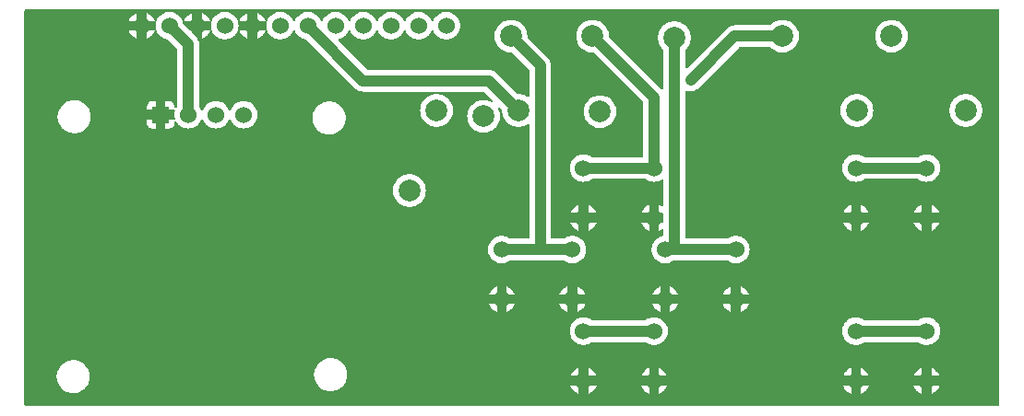
<source format=gtl>
G04 Layer: TopLayer*
G04 EasyEDA v6.5.29, 2023-07-14 15:37:15*
G04 db832162b2324ea39ecaeeaa3fe534e0,1e4d668faf9c44eeab1497739a8aa4b2,10*
G04 Gerber Generator version 0.2*
G04 Scale: 100 percent, Rotated: No, Reflected: No *
G04 Dimensions in millimeters *
G04 leading zeros omitted , absolute positions ,4 integer and 5 decimal *
%FSLAX45Y45*%
%MOMM*%

%ADD10C,1.0000*%
%ADD11C,1.5240*%
%ADD12C,5.0000*%
%ADD13R,1.5240X1.5240*%
%ADD14C,2.0000*%
%ADD15C,0.0161*%

%LPD*%
G36*
X48564Y38404D02*
G01*
X44704Y39166D01*
X41402Y41402D01*
X39166Y44704D01*
X38404Y48564D01*
X38404Y3676446D01*
X39166Y3680307D01*
X41402Y3683609D01*
X44704Y3685844D01*
X48564Y3686606D01*
X8976461Y3686606D01*
X8980322Y3685844D01*
X8983624Y3683609D01*
X8985808Y3680307D01*
X8986621Y3676446D01*
X8986621Y48564D01*
X8985808Y44704D01*
X8983624Y41402D01*
X8980322Y39166D01*
X8976461Y38404D01*
G37*

%LPC*%
G36*
X5125364Y152806D02*
G01*
X5125364Y226923D01*
X5051196Y226923D01*
X5057648Y212496D01*
X5065522Y199440D01*
X5074970Y187401D01*
X5085791Y176580D01*
X5097830Y167132D01*
X5110937Y159207D01*
G37*
G36*
X5773064Y152806D02*
G01*
X5773064Y226923D01*
X5698896Y226923D01*
X5705348Y212547D01*
X5713222Y199440D01*
X5722670Y187401D01*
X5733491Y176580D01*
X5745530Y167132D01*
X5758637Y159207D01*
G37*
G36*
X5861964Y152806D02*
G01*
X5876391Y159207D01*
X5889447Y167132D01*
X5901537Y176580D01*
X5912307Y187401D01*
X5921756Y199440D01*
X5929680Y212547D01*
X5936081Y226923D01*
X5861964Y226923D01*
G37*
G36*
X5214264Y152806D02*
G01*
X5228691Y159207D01*
X5241747Y167132D01*
X5253837Y176580D01*
X5264607Y187401D01*
X5274056Y199440D01*
X5281980Y212496D01*
X5288381Y226923D01*
X5214264Y226923D01*
G37*
G36*
X8273034Y152806D02*
G01*
X8273034Y226923D01*
X8198916Y226923D01*
X8205317Y212547D01*
X8213242Y199440D01*
X8222691Y187401D01*
X8233511Y176580D01*
X8245551Y167132D01*
X8258606Y159207D01*
G37*
G36*
X7625334Y152806D02*
G01*
X7625334Y226923D01*
X7551216Y226923D01*
X7557617Y212496D01*
X7565542Y199440D01*
X7574991Y187401D01*
X7585811Y176580D01*
X7597851Y167132D01*
X7610906Y159207D01*
G37*
G36*
X7714234Y152806D02*
G01*
X7728661Y159207D01*
X7741767Y167132D01*
X7753807Y176580D01*
X7764627Y187401D01*
X7774076Y199440D01*
X7781950Y212496D01*
X7788402Y226923D01*
X7714234Y226923D01*
G37*
G36*
X8361934Y152806D02*
G01*
X8376361Y159207D01*
X8389467Y167132D01*
X8401507Y176580D01*
X8412327Y187401D01*
X8421776Y199440D01*
X8429650Y212547D01*
X8436102Y226923D01*
X8361934Y226923D01*
G37*
G36*
X490321Y157429D02*
G01*
X507034Y158800D01*
X523493Y162052D01*
X539496Y167030D01*
X554837Y173786D01*
X569315Y182168D01*
X582828Y192074D01*
X595172Y203403D01*
X606196Y216052D01*
X615746Y229819D01*
X623722Y244551D01*
X630021Y260096D01*
X634542Y276199D01*
X637336Y292760D01*
X638251Y309473D01*
X637336Y326186D01*
X634542Y342747D01*
X630021Y358851D01*
X623722Y374396D01*
X615746Y389128D01*
X606196Y402894D01*
X595172Y415543D01*
X582828Y426872D01*
X569315Y436778D01*
X554837Y445160D01*
X539496Y451916D01*
X523493Y456895D01*
X507034Y460146D01*
X490321Y461518D01*
X473608Y461060D01*
X456996Y458724D01*
X440740Y454609D01*
X425043Y448767D01*
X410108Y441198D01*
X396087Y432003D01*
X383133Y421385D01*
X371449Y409346D01*
X361188Y396138D01*
X352399Y381863D01*
X345236Y366725D01*
X339801Y350875D01*
X336143Y334518D01*
X334314Y317855D01*
X334314Y301091D01*
X336143Y284429D01*
X339801Y268071D01*
X345236Y252221D01*
X352399Y237083D01*
X361188Y222808D01*
X371449Y209600D01*
X383133Y197561D01*
X396087Y186944D01*
X410108Y177749D01*
X425043Y170180D01*
X440740Y164338D01*
X456996Y160223D01*
X473608Y157886D01*
G37*
G36*
X2853283Y175361D02*
G01*
X2869996Y176733D01*
X2886405Y179984D01*
X2902407Y184962D01*
X2917748Y191719D01*
X2932277Y200101D01*
X2945790Y210007D01*
X2958084Y221335D01*
X2969107Y233984D01*
X2978658Y247751D01*
X2986633Y262483D01*
X2992932Y278028D01*
X2997504Y294132D01*
X3000248Y310692D01*
X3001162Y327406D01*
X3000248Y344119D01*
X2997504Y360680D01*
X2992932Y376783D01*
X2986633Y392328D01*
X2978658Y407060D01*
X2969107Y420827D01*
X2958084Y433476D01*
X2945790Y444804D01*
X2932277Y454710D01*
X2917748Y463092D01*
X2902407Y469849D01*
X2886405Y474827D01*
X2869996Y478078D01*
X2853283Y479450D01*
X2836519Y478993D01*
X2819908Y476656D01*
X2803702Y472541D01*
X2788005Y466699D01*
X2773019Y459130D01*
X2758998Y449935D01*
X2746095Y439318D01*
X2734411Y427278D01*
X2724099Y414070D01*
X2715310Y399796D01*
X2708198Y384657D01*
X2702712Y368808D01*
X2699054Y352450D01*
X2697226Y335788D01*
X2697226Y319024D01*
X2699054Y302361D01*
X2702712Y286004D01*
X2708198Y270154D01*
X2715310Y255016D01*
X2724099Y240741D01*
X2734411Y227533D01*
X2746095Y215493D01*
X2758998Y204876D01*
X2773019Y195681D01*
X2788005Y188112D01*
X2803702Y182270D01*
X2819908Y178155D01*
X2836519Y175818D01*
G37*
G36*
X5051196Y315823D02*
G01*
X5125364Y315823D01*
X5125364Y389991D01*
X5110937Y383590D01*
X5097830Y375666D01*
X5085791Y366217D01*
X5074970Y355396D01*
X5065522Y343357D01*
X5057648Y330250D01*
G37*
G36*
X5698896Y315823D02*
G01*
X5773064Y315823D01*
X5773064Y389991D01*
X5758637Y383590D01*
X5745530Y375666D01*
X5733491Y366217D01*
X5722670Y355396D01*
X5713222Y343357D01*
X5705348Y330250D01*
G37*
G36*
X5861964Y315823D02*
G01*
X5936081Y315823D01*
X5929680Y330250D01*
X5921756Y343357D01*
X5912307Y355396D01*
X5901537Y366217D01*
X5889447Y375666D01*
X5876391Y383590D01*
X5861964Y389991D01*
G37*
G36*
X5214264Y315823D02*
G01*
X5288381Y315823D01*
X5281980Y330250D01*
X5274056Y343357D01*
X5264607Y355396D01*
X5253837Y366217D01*
X5241747Y375666D01*
X5228691Y383590D01*
X5214264Y389991D01*
G37*
G36*
X8198916Y315823D02*
G01*
X8273034Y315823D01*
X8273034Y389991D01*
X8258606Y383590D01*
X8245551Y375666D01*
X8233511Y366217D01*
X8222691Y355396D01*
X8213242Y343357D01*
X8205317Y330250D01*
G37*
G36*
X7551216Y315823D02*
G01*
X7625334Y315823D01*
X7625334Y389991D01*
X7610906Y383590D01*
X7597851Y375666D01*
X7585811Y366217D01*
X7574991Y355396D01*
X7565542Y343357D01*
X7557617Y330250D01*
G37*
G36*
X7714234Y315823D02*
G01*
X7788402Y315823D01*
X7781950Y330250D01*
X7774076Y343357D01*
X7764627Y355396D01*
X7753807Y366217D01*
X7741767Y375666D01*
X7728661Y383590D01*
X7714234Y389991D01*
G37*
G36*
X8361934Y315823D02*
G01*
X8436102Y315823D01*
X8429650Y330250D01*
X8421776Y343357D01*
X8412327Y355396D01*
X8401507Y366217D01*
X8389467Y375666D01*
X8376361Y383590D01*
X8361934Y389991D01*
G37*
G36*
X7669784Y601878D02*
G01*
X7685074Y602843D01*
X7700111Y605586D01*
X7714691Y610108D01*
X7728661Y616407D01*
X7741767Y624332D01*
X7743799Y625906D01*
X7746746Y627532D01*
X7750048Y628091D01*
X8237220Y628091D01*
X8240522Y627532D01*
X8243468Y625906D01*
X8245500Y624332D01*
X8258606Y616407D01*
X8272576Y610158D01*
X8287156Y605586D01*
X8302193Y602843D01*
X8317484Y601929D01*
X8332774Y602843D01*
X8347811Y605586D01*
X8362391Y610158D01*
X8376361Y616407D01*
X8389467Y624332D01*
X8401507Y633780D01*
X8412327Y644601D01*
X8421725Y656640D01*
X8429650Y669747D01*
X8435949Y683666D01*
X8440470Y698296D01*
X8443264Y713333D01*
X8444179Y728573D01*
X8443264Y743864D01*
X8440470Y758901D01*
X8435949Y773531D01*
X8429650Y787450D01*
X8421725Y800557D01*
X8412327Y812596D01*
X8401507Y823417D01*
X8389467Y832866D01*
X8376361Y840790D01*
X8362391Y847039D01*
X8347811Y851611D01*
X8332774Y854354D01*
X8317484Y855268D01*
X8302193Y854354D01*
X8287156Y851611D01*
X8272576Y847039D01*
X8258606Y840790D01*
X8245500Y832866D01*
X8243468Y831240D01*
X8240522Y829665D01*
X8237220Y829106D01*
X7750048Y829106D01*
X7746746Y829665D01*
X7743799Y831240D01*
X7741767Y832866D01*
X7728661Y840790D01*
X7714691Y847039D01*
X7700111Y851611D01*
X7685074Y854354D01*
X7669784Y855268D01*
X7654493Y854354D01*
X7639456Y851611D01*
X7624876Y847039D01*
X7610906Y840790D01*
X7597800Y832866D01*
X7585760Y823417D01*
X7574940Y812596D01*
X7565542Y800557D01*
X7557617Y787450D01*
X7551318Y773531D01*
X7546797Y758901D01*
X7544003Y743864D01*
X7543088Y728573D01*
X7544003Y713333D01*
X7546797Y698246D01*
X7551318Y683666D01*
X7557617Y669696D01*
X7565542Y656640D01*
X7574940Y644601D01*
X7585760Y633780D01*
X7597800Y624332D01*
X7610906Y616407D01*
X7624876Y610108D01*
X7639456Y605586D01*
X7654493Y602843D01*
G37*
G36*
X5169763Y601878D02*
G01*
X5185054Y602843D01*
X5200091Y605586D01*
X5214721Y610108D01*
X5228640Y616407D01*
X5241747Y624332D01*
X5243779Y625906D01*
X5246725Y627532D01*
X5250078Y628091D01*
X5737250Y628091D01*
X5740552Y627532D01*
X5743498Y625906D01*
X5745530Y624332D01*
X5758586Y616407D01*
X5772556Y610158D01*
X5787186Y605586D01*
X5802223Y602843D01*
X5817463Y601929D01*
X5832754Y602843D01*
X5847791Y605586D01*
X5862421Y610158D01*
X5876340Y616407D01*
X5889447Y624332D01*
X5901486Y633780D01*
X5912307Y644601D01*
X5921756Y656640D01*
X5929680Y669747D01*
X5935929Y683666D01*
X5940501Y698296D01*
X5943244Y713333D01*
X5944158Y728573D01*
X5943244Y743864D01*
X5940501Y758901D01*
X5935929Y773531D01*
X5929680Y787450D01*
X5921756Y800557D01*
X5912307Y812596D01*
X5901486Y823417D01*
X5889447Y832866D01*
X5876340Y840790D01*
X5862421Y847039D01*
X5847791Y851611D01*
X5832754Y854354D01*
X5817463Y855268D01*
X5802223Y854354D01*
X5787186Y851611D01*
X5772556Y847039D01*
X5758586Y840790D01*
X5745530Y832866D01*
X5743448Y831240D01*
X5740501Y829665D01*
X5737199Y829106D01*
X5250078Y829106D01*
X5246725Y829665D01*
X5243779Y831240D01*
X5241747Y832866D01*
X5228640Y840790D01*
X5214721Y847039D01*
X5200091Y851611D01*
X5185054Y854354D01*
X5169763Y855268D01*
X5154523Y854354D01*
X5139486Y851611D01*
X5124856Y847039D01*
X5110886Y840790D01*
X5097830Y832866D01*
X5085791Y823417D01*
X5074970Y812596D01*
X5065522Y800557D01*
X5057597Y787450D01*
X5051348Y773531D01*
X5046776Y758901D01*
X5044033Y743864D01*
X5043119Y728573D01*
X5044033Y713333D01*
X5046776Y698246D01*
X5051348Y683666D01*
X5057597Y669696D01*
X5065522Y656640D01*
X5074970Y644601D01*
X5085791Y633780D01*
X5097830Y624332D01*
X5110886Y616407D01*
X5124856Y610108D01*
X5139486Y605586D01*
X5154523Y602843D01*
G37*
G36*
X4375353Y902766D02*
G01*
X4375353Y976934D01*
X4301185Y976934D01*
X4307636Y962507D01*
X4315561Y949401D01*
X4324959Y937361D01*
X4335780Y926541D01*
X4347819Y917143D01*
X4360926Y909218D01*
G37*
G36*
X5875375Y902766D02*
G01*
X5875375Y976934D01*
X5801207Y976934D01*
X5807608Y962507D01*
X5815533Y949401D01*
X5824982Y937361D01*
X5835802Y926541D01*
X5847842Y917143D01*
X5860948Y909218D01*
G37*
G36*
X4464253Y902766D02*
G01*
X4478680Y909218D01*
X4491786Y917143D01*
X4503826Y926541D01*
X4514646Y937361D01*
X4524044Y949401D01*
X4531969Y962507D01*
X4538421Y976934D01*
X4464253Y976934D01*
G37*
G36*
X5964275Y902766D02*
G01*
X5978652Y909218D01*
X5991758Y917143D01*
X6003798Y926541D01*
X6014618Y937361D01*
X6024067Y949401D01*
X6031992Y962507D01*
X6038392Y976934D01*
X5964275Y976934D01*
G37*
G36*
X5023053Y902817D02*
G01*
X5023053Y976934D01*
X4948885Y976934D01*
X4955336Y962507D01*
X4963261Y949452D01*
X4972659Y937361D01*
X4983480Y926592D01*
X4995519Y917143D01*
X5008626Y909218D01*
G37*
G36*
X6523075Y902817D02*
G01*
X6523075Y976934D01*
X6448907Y976934D01*
X6455308Y962507D01*
X6463233Y949452D01*
X6472682Y937361D01*
X6483502Y926592D01*
X6495542Y917143D01*
X6508648Y909218D01*
G37*
G36*
X5111953Y902817D02*
G01*
X5126380Y909218D01*
X5139486Y917143D01*
X5151526Y926592D01*
X5162346Y937361D01*
X5171744Y949452D01*
X5179669Y962507D01*
X5186121Y976934D01*
X5111953Y976934D01*
G37*
G36*
X6611975Y902817D02*
G01*
X6626352Y909218D01*
X6639458Y917143D01*
X6651498Y926592D01*
X6662318Y937361D01*
X6671767Y949452D01*
X6679692Y962507D01*
X6686092Y976934D01*
X6611975Y976934D01*
G37*
G36*
X4948885Y1065834D02*
G01*
X5023053Y1065834D01*
X5023053Y1140002D01*
X5008626Y1133551D01*
X4995519Y1125677D01*
X4983480Y1116228D01*
X4972659Y1105408D01*
X4963261Y1093368D01*
X4955336Y1080262D01*
G37*
G36*
X6448907Y1065834D02*
G01*
X6523075Y1065834D01*
X6523075Y1140002D01*
X6508648Y1133551D01*
X6495542Y1125677D01*
X6483502Y1116228D01*
X6472682Y1105408D01*
X6463233Y1093368D01*
X6455308Y1080262D01*
G37*
G36*
X5111953Y1065834D02*
G01*
X5186121Y1065834D01*
X5179669Y1080262D01*
X5171744Y1093368D01*
X5162346Y1105408D01*
X5151526Y1116228D01*
X5139486Y1125677D01*
X5126380Y1133551D01*
X5111953Y1140002D01*
G37*
G36*
X5801207Y1065834D02*
G01*
X5875375Y1065834D01*
X5875375Y1140002D01*
X5860948Y1133551D01*
X5847842Y1125626D01*
X5835802Y1116228D01*
X5824982Y1105408D01*
X5815533Y1093368D01*
X5807608Y1080262D01*
G37*
G36*
X4464253Y1065834D02*
G01*
X4538421Y1065834D01*
X4531969Y1080262D01*
X4524044Y1093368D01*
X4514646Y1105408D01*
X4503826Y1116228D01*
X4491786Y1125626D01*
X4478680Y1133551D01*
X4464253Y1140002D01*
G37*
G36*
X6611975Y1065834D02*
G01*
X6686092Y1065834D01*
X6679692Y1080262D01*
X6671767Y1093368D01*
X6662318Y1105408D01*
X6651498Y1116228D01*
X6639458Y1125677D01*
X6626352Y1133551D01*
X6611975Y1140002D01*
G37*
G36*
X5964275Y1065834D02*
G01*
X6038392Y1065834D01*
X6031992Y1080262D01*
X6024067Y1093368D01*
X6014618Y1105408D01*
X6003798Y1116228D01*
X5991758Y1125626D01*
X5978652Y1133551D01*
X5964275Y1140002D01*
G37*
G36*
X4301185Y1065834D02*
G01*
X4375353Y1065834D01*
X4375353Y1140002D01*
X4360926Y1133551D01*
X4347819Y1125626D01*
X4335780Y1116228D01*
X4324959Y1105408D01*
X4315561Y1093368D01*
X4307636Y1080262D01*
G37*
G36*
X5919774Y1351889D02*
G01*
X5935065Y1352804D01*
X5950102Y1355598D01*
X5964732Y1360119D01*
X5978652Y1366418D01*
X5991758Y1374343D01*
X5993790Y1375918D01*
X5996736Y1377543D01*
X6000089Y1378102D01*
X6487210Y1378102D01*
X6490512Y1377543D01*
X6493459Y1375918D01*
X6495542Y1374343D01*
X6508597Y1366418D01*
X6522567Y1360119D01*
X6537147Y1355598D01*
X6552234Y1352854D01*
X6567474Y1351889D01*
X6582765Y1352854D01*
X6597802Y1355598D01*
X6612432Y1360119D01*
X6626352Y1366418D01*
X6639458Y1374343D01*
X6651498Y1383792D01*
X6662318Y1394561D01*
X6671767Y1406652D01*
X6679641Y1419707D01*
X6685940Y1433677D01*
X6690512Y1448257D01*
X6693255Y1463344D01*
X6694170Y1478584D01*
X6693255Y1493875D01*
X6690512Y1508912D01*
X6685940Y1523542D01*
X6679641Y1537462D01*
X6671767Y1550568D01*
X6662318Y1562608D01*
X6651498Y1573428D01*
X6639458Y1582877D01*
X6626352Y1590751D01*
X6612432Y1597050D01*
X6597802Y1601622D01*
X6582765Y1604365D01*
X6567474Y1605280D01*
X6552234Y1604365D01*
X6537147Y1601622D01*
X6522567Y1597050D01*
X6508597Y1590751D01*
X6495542Y1582877D01*
X6493510Y1581251D01*
X6490512Y1579676D01*
X6487210Y1579118D01*
X6113983Y1579118D01*
X6110071Y1579880D01*
X6106769Y1582064D01*
X6104585Y1585366D01*
X6103823Y1589278D01*
X6103823Y2932938D01*
X6104534Y2936748D01*
X6106668Y2939999D01*
X6109817Y2942234D01*
X6113576Y2943098D01*
X6117437Y2942488D01*
X6123838Y2940151D01*
X6127343Y2939186D01*
X6136894Y2937052D01*
X6140196Y2936595D01*
X6150305Y2935732D01*
X6153302Y2935681D01*
X6163716Y2936240D01*
X6166408Y2936544D01*
X6179261Y2939034D01*
X6191961Y2943352D01*
X6203746Y2949194D01*
X6214668Y2956458D01*
X6224778Y2965348D01*
X6596786Y3337356D01*
X6600037Y3339541D01*
X6603949Y3340303D01*
X6880402Y3340303D01*
X6884568Y3339439D01*
X6887972Y3336950D01*
X6890258Y3334410D01*
X6902856Y3323132D01*
X6916623Y3313379D01*
X6931355Y3305251D01*
X6946950Y3298748D01*
X6963156Y3294075D01*
X6979818Y3291281D01*
X6996684Y3290315D01*
X7013498Y3291281D01*
X7030161Y3294075D01*
X7046366Y3298748D01*
X7061962Y3305251D01*
X7076744Y3313379D01*
X7090511Y3323132D01*
X7103059Y3334410D01*
X7114336Y3347008D01*
X7124090Y3360724D01*
X7132269Y3375507D01*
X7138720Y3391103D01*
X7143394Y3407308D01*
X7146188Y3423970D01*
X7147153Y3440836D01*
X7146188Y3457651D01*
X7143394Y3474313D01*
X7138720Y3490518D01*
X7132269Y3506114D01*
X7124090Y3520897D01*
X7114336Y3534664D01*
X7103059Y3547211D01*
X7090511Y3558489D01*
X7076744Y3568242D01*
X7061962Y3576421D01*
X7046366Y3582873D01*
X7030161Y3587546D01*
X7013498Y3590340D01*
X6996684Y3591306D01*
X6979818Y3590340D01*
X6963156Y3587546D01*
X6946950Y3582873D01*
X6931355Y3576421D01*
X6916623Y3568242D01*
X6902856Y3558489D01*
X6890258Y3547211D01*
X6888022Y3544722D01*
X6884568Y3542233D01*
X6880453Y3541318D01*
X6558432Y3541318D01*
X6544970Y3540455D01*
X6532118Y3537864D01*
X6519672Y3533648D01*
X6507886Y3527856D01*
X6496913Y3520541D01*
X6486804Y3511651D01*
X6121146Y3145993D01*
X6117844Y3143808D01*
X6113983Y3143046D01*
X6110071Y3143808D01*
X6106769Y3145993D01*
X6104585Y3149295D01*
X6103823Y3153206D01*
X6103823Y3312058D01*
X6104686Y3316224D01*
X6107176Y3319627D01*
X6109716Y3321913D01*
X6120942Y3334461D01*
X6130747Y3348228D01*
X6138875Y3363010D01*
X6145326Y3378606D01*
X6150000Y3394811D01*
X6152845Y3411474D01*
X6153810Y3428339D01*
X6152845Y3445154D01*
X6150000Y3461816D01*
X6145326Y3478022D01*
X6138875Y3493617D01*
X6130747Y3508400D01*
X6120942Y3522167D01*
X6109716Y3534714D01*
X6097117Y3545992D01*
X6083350Y3555746D01*
X6068618Y3563924D01*
X6053023Y3570376D01*
X6036767Y3575050D01*
X6020155Y3577844D01*
X6003290Y3578809D01*
X5986475Y3577844D01*
X5969812Y3575050D01*
X5953607Y3570376D01*
X5938012Y3563924D01*
X5923229Y3555746D01*
X5909462Y3545992D01*
X5896914Y3534714D01*
X5885637Y3522167D01*
X5875883Y3508400D01*
X5867704Y3493617D01*
X5861253Y3478022D01*
X5856579Y3461816D01*
X5853734Y3445154D01*
X5852820Y3428339D01*
X5853734Y3411474D01*
X5856579Y3394811D01*
X5861253Y3378606D01*
X5867704Y3363010D01*
X5875883Y3348228D01*
X5885637Y3334461D01*
X5896914Y3321913D01*
X5899404Y3319678D01*
X5901893Y3316224D01*
X5902807Y3312109D01*
X5902807Y2958033D01*
X5901994Y2954121D01*
X5899810Y2950819D01*
X5896508Y2948635D01*
X5892647Y2947873D01*
X5888736Y2948635D01*
X5885434Y2950819D01*
X5406593Y3429711D01*
X5404256Y3433267D01*
X5403596Y3437483D01*
X5403799Y3440836D01*
X5402834Y3457651D01*
X5400040Y3474313D01*
X5395366Y3490518D01*
X5388914Y3506114D01*
X5380736Y3520897D01*
X5370982Y3534664D01*
X5359704Y3547211D01*
X5347157Y3558489D01*
X5333390Y3568242D01*
X5318607Y3576421D01*
X5303012Y3582873D01*
X5286806Y3587546D01*
X5270144Y3590340D01*
X5253329Y3591306D01*
X5236464Y3590340D01*
X5219801Y3587546D01*
X5203596Y3582873D01*
X5188000Y3576421D01*
X5173218Y3568242D01*
X5159451Y3558489D01*
X5146903Y3547211D01*
X5135626Y3534664D01*
X5125872Y3520897D01*
X5117693Y3506114D01*
X5111242Y3490518D01*
X5106568Y3474313D01*
X5103774Y3457651D01*
X5102809Y3440836D01*
X5103774Y3423970D01*
X5106568Y3407308D01*
X5111242Y3391103D01*
X5117693Y3375507D01*
X5125872Y3360724D01*
X5135626Y3347008D01*
X5146903Y3334410D01*
X5159451Y3323132D01*
X5173218Y3313379D01*
X5188000Y3305251D01*
X5203596Y3298748D01*
X5219801Y3294075D01*
X5236464Y3291281D01*
X5253329Y3290315D01*
X5256682Y3290519D01*
X5260898Y3289858D01*
X5264454Y3287572D01*
X5714034Y2837992D01*
X5716219Y2834690D01*
X5716981Y2830779D01*
X5716981Y2339238D01*
X5716219Y2335377D01*
X5714034Y2332075D01*
X5710732Y2329891D01*
X5706821Y2329078D01*
X5250078Y2329078D01*
X5246725Y2329637D01*
X5243779Y2331262D01*
X5241747Y2332837D01*
X5228640Y2340762D01*
X5214721Y2347061D01*
X5200091Y2351582D01*
X5185054Y2354326D01*
X5169763Y2355291D01*
X5154523Y2354326D01*
X5139486Y2351582D01*
X5124856Y2347061D01*
X5110886Y2340762D01*
X5097830Y2332837D01*
X5085791Y2323388D01*
X5074970Y2312619D01*
X5065522Y2300528D01*
X5057597Y2287473D01*
X5051348Y2273503D01*
X5046776Y2258923D01*
X5044033Y2243836D01*
X5043119Y2228596D01*
X5044033Y2213305D01*
X5046776Y2198268D01*
X5051348Y2183638D01*
X5057597Y2169718D01*
X5065522Y2156612D01*
X5074970Y2144572D01*
X5085791Y2133752D01*
X5097830Y2124303D01*
X5110886Y2116429D01*
X5124856Y2110130D01*
X5139486Y2105558D01*
X5154523Y2102815D01*
X5169763Y2101900D01*
X5185054Y2102815D01*
X5200091Y2105558D01*
X5214721Y2110130D01*
X5228640Y2116429D01*
X5241747Y2124303D01*
X5243779Y2125929D01*
X5246725Y2127504D01*
X5250078Y2128062D01*
X5737250Y2128062D01*
X5740552Y2127504D01*
X5743498Y2125929D01*
X5745530Y2124354D01*
X5758586Y2116429D01*
X5772556Y2110130D01*
X5787186Y2105609D01*
X5802223Y2102815D01*
X5817463Y2101900D01*
X5832754Y2102815D01*
X5847791Y2105609D01*
X5862421Y2110130D01*
X5876340Y2116429D01*
X5887364Y2123084D01*
X5891377Y2124456D01*
X5895644Y2124100D01*
X5899353Y2121966D01*
X5901893Y2118563D01*
X5902807Y2114397D01*
X5902807Y1885645D01*
X5901893Y1881428D01*
X5899353Y1878025D01*
X5895644Y1875942D01*
X5891377Y1875536D01*
X5887364Y1876907D01*
X5876391Y1883562D01*
X5861964Y1890014D01*
X5861964Y1815846D01*
X5892647Y1815846D01*
X5896508Y1815084D01*
X5899810Y1812848D01*
X5901994Y1809597D01*
X5902807Y1805686D01*
X5902807Y1737106D01*
X5901994Y1733194D01*
X5899810Y1729943D01*
X5896508Y1727707D01*
X5892647Y1726946D01*
X5861964Y1726946D01*
X5861964Y1652778D01*
X5876391Y1659229D01*
X5887364Y1665884D01*
X5891377Y1667256D01*
X5895644Y1666849D01*
X5899353Y1664766D01*
X5901893Y1661363D01*
X5902807Y1657146D01*
X5902807Y1612493D01*
X5902198Y1609039D01*
X5900420Y1605991D01*
X5897727Y1603705D01*
X5894476Y1602486D01*
X5889447Y1601571D01*
X5874867Y1597050D01*
X5860897Y1590751D01*
X5847842Y1582826D01*
X5835751Y1573428D01*
X5824982Y1562608D01*
X5815533Y1550568D01*
X5807608Y1537462D01*
X5801309Y1523492D01*
X5796788Y1508912D01*
X5794044Y1493875D01*
X5793079Y1478584D01*
X5794044Y1463294D01*
X5796788Y1448257D01*
X5801309Y1433677D01*
X5807608Y1419707D01*
X5815533Y1406601D01*
X5824982Y1394561D01*
X5835751Y1383741D01*
X5847842Y1374343D01*
X5860897Y1366418D01*
X5874867Y1360119D01*
X5889447Y1355598D01*
X5904534Y1352804D01*
G37*
G36*
X4419803Y1351889D02*
G01*
X4435043Y1352804D01*
X4450130Y1355598D01*
X4464710Y1360119D01*
X4478680Y1366418D01*
X4491736Y1374343D01*
X4493818Y1375918D01*
X4496765Y1377543D01*
X4500067Y1378102D01*
X4987239Y1378102D01*
X4990541Y1377543D01*
X4993487Y1375918D01*
X4995519Y1374343D01*
X5008626Y1366418D01*
X5022545Y1360119D01*
X5037175Y1355598D01*
X5052212Y1352854D01*
X5067503Y1351889D01*
X5082743Y1352854D01*
X5097830Y1355598D01*
X5112410Y1360119D01*
X5126380Y1366418D01*
X5139436Y1374343D01*
X5151475Y1383792D01*
X5162296Y1394561D01*
X5171744Y1406652D01*
X5179669Y1419707D01*
X5185968Y1433677D01*
X5190490Y1448257D01*
X5193233Y1463344D01*
X5194198Y1478584D01*
X5193233Y1493875D01*
X5190490Y1508912D01*
X5185968Y1523542D01*
X5179669Y1537462D01*
X5171744Y1550568D01*
X5162296Y1562608D01*
X5151475Y1573428D01*
X5139436Y1582877D01*
X5126380Y1590751D01*
X5112410Y1597050D01*
X5097830Y1601622D01*
X5082743Y1604365D01*
X5067503Y1605280D01*
X5052212Y1604365D01*
X5037175Y1601622D01*
X5022545Y1597050D01*
X5008626Y1590751D01*
X4995519Y1582877D01*
X4993487Y1581251D01*
X4990541Y1579676D01*
X4987239Y1579118D01*
X4882540Y1579118D01*
X4878679Y1579880D01*
X4875377Y1582064D01*
X4873142Y1585366D01*
X4872380Y1589278D01*
X4872380Y3171901D01*
X4871516Y3185363D01*
X4868926Y3198266D01*
X4864709Y3210712D01*
X4858918Y3222498D01*
X4851603Y3233420D01*
X4842713Y3243529D01*
X4656582Y3429711D01*
X4654245Y3433267D01*
X4653584Y3437432D01*
X4653788Y3440836D01*
X4652873Y3457651D01*
X4650028Y3474313D01*
X4645355Y3490518D01*
X4638903Y3506114D01*
X4630724Y3520897D01*
X4620971Y3534664D01*
X4609744Y3547211D01*
X4597146Y3558489D01*
X4583379Y3568242D01*
X4568596Y3576421D01*
X4553000Y3582873D01*
X4536795Y3587546D01*
X4520133Y3590340D01*
X4503318Y3591306D01*
X4486452Y3590340D01*
X4469841Y3587546D01*
X4453585Y3582873D01*
X4437989Y3576421D01*
X4423257Y3568242D01*
X4409490Y3558489D01*
X4396892Y3547211D01*
X4385665Y3534664D01*
X4375861Y3520897D01*
X4367733Y3506114D01*
X4361281Y3490518D01*
X4356608Y3474313D01*
X4353763Y3457651D01*
X4352798Y3440836D01*
X4353763Y3423970D01*
X4356608Y3407308D01*
X4361281Y3391103D01*
X4367733Y3375507D01*
X4375861Y3360724D01*
X4385665Y3347008D01*
X4396892Y3334410D01*
X4409490Y3323132D01*
X4423257Y3313379D01*
X4437989Y3305251D01*
X4453585Y3298748D01*
X4469841Y3294075D01*
X4486452Y3291281D01*
X4503318Y3290315D01*
X4506671Y3290519D01*
X4510887Y3289858D01*
X4514443Y3287572D01*
X4668418Y3133598D01*
X4670602Y3130296D01*
X4671364Y3126384D01*
X4671364Y2892348D01*
X4670399Y2888030D01*
X4667707Y2884525D01*
X4663795Y2882493D01*
X4659376Y2882341D01*
X4655312Y2884068D01*
X4651756Y2886608D01*
X4636973Y2894787D01*
X4621377Y2901238D01*
X4605172Y2905912D01*
X4588510Y2908706D01*
X4571644Y2909671D01*
X4568291Y2909468D01*
X4564126Y2910128D01*
X4560519Y2912414D01*
X4370832Y3102152D01*
X4360672Y3111042D01*
X4349750Y3118358D01*
X4337964Y3124149D01*
X4325518Y3128365D01*
X4312615Y3130956D01*
X4299204Y3131820D01*
X3192068Y3131820D01*
X3188157Y3132632D01*
X3184906Y3134817D01*
X2921812Y3397910D01*
X2919526Y3401364D01*
X2918815Y3405428D01*
X2919831Y3409492D01*
X2922320Y3412794D01*
X2925978Y3414776D01*
X2939135Y3418890D01*
X2953054Y3425190D01*
X2966161Y3433064D01*
X2978200Y3442512D01*
X2989021Y3453333D01*
X2998470Y3465372D01*
X3006394Y3478479D01*
X3011932Y3490823D01*
X3014167Y3493973D01*
X3017418Y3496056D01*
X3021177Y3496818D01*
X3024987Y3496056D01*
X3028238Y3493973D01*
X3030474Y3490823D01*
X3036011Y3478479D01*
X3043936Y3465372D01*
X3053384Y3453333D01*
X3064205Y3442512D01*
X3076244Y3433064D01*
X3089300Y3425190D01*
X3103270Y3418890D01*
X3117900Y3414318D01*
X3132937Y3411575D01*
X3148177Y3410661D01*
X3163468Y3411575D01*
X3178505Y3414318D01*
X3193135Y3418890D01*
X3207054Y3425190D01*
X3220161Y3433064D01*
X3232200Y3442512D01*
X3243021Y3453333D01*
X3252470Y3465372D01*
X3260394Y3478479D01*
X3265932Y3490823D01*
X3268167Y3493973D01*
X3271418Y3496056D01*
X3275177Y3496818D01*
X3278987Y3496056D01*
X3282238Y3493973D01*
X3284474Y3490823D01*
X3290011Y3478479D01*
X3297936Y3465372D01*
X3307384Y3453333D01*
X3318205Y3442512D01*
X3330244Y3433064D01*
X3343300Y3425190D01*
X3357270Y3418890D01*
X3371900Y3414318D01*
X3386937Y3411575D01*
X3402177Y3410661D01*
X3417468Y3411575D01*
X3432505Y3414318D01*
X3447135Y3418890D01*
X3461054Y3425190D01*
X3474161Y3433064D01*
X3486200Y3442512D01*
X3497021Y3453333D01*
X3506470Y3465372D01*
X3514394Y3478479D01*
X3519932Y3490823D01*
X3522167Y3493973D01*
X3525418Y3496056D01*
X3529177Y3496818D01*
X3532987Y3496056D01*
X3536238Y3493973D01*
X3538474Y3490823D01*
X3544011Y3478479D01*
X3551936Y3465372D01*
X3561384Y3453333D01*
X3572205Y3442512D01*
X3584244Y3433064D01*
X3597300Y3425190D01*
X3611270Y3418890D01*
X3625900Y3414318D01*
X3640937Y3411575D01*
X3656177Y3410661D01*
X3671468Y3411575D01*
X3686505Y3414318D01*
X3701135Y3418890D01*
X3715054Y3425190D01*
X3728161Y3433064D01*
X3740200Y3442512D01*
X3751021Y3453333D01*
X3760470Y3465372D01*
X3768394Y3478479D01*
X3773932Y3490823D01*
X3776167Y3493973D01*
X3779418Y3496056D01*
X3783177Y3496818D01*
X3786987Y3496056D01*
X3790238Y3493973D01*
X3792474Y3490823D01*
X3798011Y3478479D01*
X3805936Y3465372D01*
X3815384Y3453333D01*
X3826205Y3442512D01*
X3838244Y3433064D01*
X3851300Y3425190D01*
X3865270Y3418890D01*
X3879850Y3414318D01*
X3894937Y3411575D01*
X3910177Y3410661D01*
X3925468Y3411575D01*
X3940505Y3414318D01*
X3955135Y3418890D01*
X3969054Y3425190D01*
X3982161Y3433064D01*
X3994200Y3442512D01*
X4005021Y3453333D01*
X4014470Y3465372D01*
X4022394Y3478479D01*
X4028643Y3492398D01*
X4033215Y3507028D01*
X4035958Y3522065D01*
X4036872Y3537356D01*
X4035958Y3552596D01*
X4033215Y3567684D01*
X4028643Y3582263D01*
X4022394Y3596233D01*
X4014470Y3609289D01*
X4005021Y3621328D01*
X3994200Y3632149D01*
X3982161Y3641598D01*
X3969054Y3649522D01*
X3955135Y3655822D01*
X3940505Y3660343D01*
X3925468Y3663086D01*
X3910177Y3664051D01*
X3894937Y3663086D01*
X3879850Y3660343D01*
X3865270Y3655822D01*
X3851300Y3649522D01*
X3838244Y3641598D01*
X3826205Y3632149D01*
X3815384Y3621328D01*
X3805936Y3609289D01*
X3798011Y3596233D01*
X3792474Y3583889D01*
X3790238Y3580739D01*
X3786987Y3578606D01*
X3783177Y3577894D01*
X3779418Y3578606D01*
X3776167Y3580739D01*
X3773932Y3583889D01*
X3768394Y3596233D01*
X3760470Y3609289D01*
X3751021Y3621328D01*
X3740200Y3632149D01*
X3728161Y3641598D01*
X3715054Y3649522D01*
X3701135Y3655822D01*
X3686505Y3660343D01*
X3671468Y3663086D01*
X3656177Y3664051D01*
X3640937Y3663086D01*
X3625900Y3660343D01*
X3611270Y3655822D01*
X3597300Y3649522D01*
X3584244Y3641598D01*
X3572205Y3632149D01*
X3561384Y3621328D01*
X3551936Y3609289D01*
X3544011Y3596233D01*
X3538474Y3583889D01*
X3536238Y3580688D01*
X3532987Y3578606D01*
X3529177Y3577894D01*
X3525418Y3578606D01*
X3522167Y3580688D01*
X3519932Y3583889D01*
X3514394Y3596233D01*
X3506470Y3609289D01*
X3497021Y3621328D01*
X3486200Y3632149D01*
X3474161Y3641598D01*
X3461054Y3649522D01*
X3447135Y3655822D01*
X3432505Y3660343D01*
X3417468Y3663086D01*
X3402177Y3664051D01*
X3386937Y3663086D01*
X3371900Y3660343D01*
X3357270Y3655822D01*
X3343300Y3649522D01*
X3330244Y3641598D01*
X3318205Y3632149D01*
X3307384Y3621328D01*
X3297936Y3609289D01*
X3290011Y3596233D01*
X3284474Y3583889D01*
X3282238Y3580688D01*
X3278987Y3578606D01*
X3275177Y3577894D01*
X3271418Y3578606D01*
X3268167Y3580688D01*
X3265932Y3583889D01*
X3260394Y3596233D01*
X3252470Y3609289D01*
X3243021Y3621328D01*
X3232200Y3632149D01*
X3220161Y3641598D01*
X3207054Y3649522D01*
X3193135Y3655822D01*
X3178505Y3660343D01*
X3163468Y3663086D01*
X3148177Y3664051D01*
X3132937Y3663086D01*
X3117900Y3660343D01*
X3103270Y3655822D01*
X3089300Y3649522D01*
X3076244Y3641598D01*
X3064205Y3632149D01*
X3053384Y3621328D01*
X3043936Y3609289D01*
X3036011Y3596233D01*
X3030474Y3583889D01*
X3028238Y3580688D01*
X3024987Y3578606D01*
X3021177Y3577894D01*
X3017418Y3578606D01*
X3014167Y3580688D01*
X3011932Y3583889D01*
X3006394Y3596233D01*
X2998470Y3609289D01*
X2989021Y3621328D01*
X2978200Y3632149D01*
X2966161Y3641598D01*
X2953054Y3649522D01*
X2939135Y3655822D01*
X2924505Y3660343D01*
X2909468Y3663086D01*
X2894177Y3664051D01*
X2878937Y3663086D01*
X2863900Y3660343D01*
X2849270Y3655822D01*
X2835300Y3649522D01*
X2822244Y3641598D01*
X2810205Y3632149D01*
X2799384Y3621328D01*
X2789936Y3609289D01*
X2782011Y3596233D01*
X2776474Y3583889D01*
X2774238Y3580688D01*
X2770987Y3578606D01*
X2767177Y3577894D01*
X2763418Y3578606D01*
X2760167Y3580688D01*
X2757932Y3583889D01*
X2752394Y3596233D01*
X2744470Y3609289D01*
X2735021Y3621328D01*
X2724200Y3632149D01*
X2712161Y3641598D01*
X2699054Y3649522D01*
X2685135Y3655822D01*
X2670505Y3660343D01*
X2655468Y3663086D01*
X2640177Y3664051D01*
X2624937Y3663086D01*
X2609900Y3660343D01*
X2595270Y3655822D01*
X2581300Y3649522D01*
X2568244Y3641598D01*
X2556205Y3632149D01*
X2545384Y3621328D01*
X2535936Y3609289D01*
X2528011Y3596233D01*
X2521966Y3582771D01*
X2519730Y3579622D01*
X2516479Y3577488D01*
X2512720Y3576777D01*
X2508910Y3577488D01*
X2505659Y3579622D01*
X2503424Y3582771D01*
X2497378Y3596233D01*
X2489454Y3609289D01*
X2480005Y3621328D01*
X2469184Y3632149D01*
X2457145Y3641598D01*
X2444089Y3649522D01*
X2430119Y3655822D01*
X2415489Y3660343D01*
X2400452Y3663086D01*
X2385212Y3664051D01*
X2369921Y3663086D01*
X2354884Y3660343D01*
X2340254Y3655822D01*
X2326335Y3649522D01*
X2313228Y3641598D01*
X2301189Y3632149D01*
X2290368Y3621328D01*
X2280920Y3609289D01*
X2272995Y3596233D01*
X2267458Y3583889D01*
X2265222Y3580739D01*
X2261971Y3578606D01*
X2260295Y3578301D01*
X2261920Y3576015D01*
X2262936Y3572357D01*
X2259431Y3552596D01*
X2258517Y3537356D01*
X2259431Y3522065D01*
X2262936Y3502304D01*
X2261920Y3498646D01*
X2260295Y3496411D01*
X2261971Y3496056D01*
X2265222Y3493973D01*
X2267458Y3490823D01*
X2272995Y3478479D01*
X2280920Y3465372D01*
X2290368Y3453333D01*
X2301189Y3442512D01*
X2313228Y3433064D01*
X2326335Y3425190D01*
X2340254Y3418890D01*
X2354884Y3414318D01*
X2369921Y3411575D01*
X2385212Y3410661D01*
X2400452Y3411575D01*
X2415489Y3414318D01*
X2430119Y3418890D01*
X2444089Y3425190D01*
X2457145Y3433064D01*
X2469184Y3442512D01*
X2480005Y3453333D01*
X2489454Y3465372D01*
X2497378Y3478479D01*
X2503424Y3491941D01*
X2505659Y3495090D01*
X2508910Y3497173D01*
X2512720Y3497935D01*
X2516479Y3497173D01*
X2519730Y3495090D01*
X2521966Y3491941D01*
X2528011Y3478479D01*
X2535936Y3465372D01*
X2545384Y3453333D01*
X2556205Y3442512D01*
X2568244Y3433064D01*
X2581300Y3425190D01*
X2595270Y3418890D01*
X2609900Y3414318D01*
X2620467Y3412388D01*
X2623362Y3411372D01*
X2625852Y3409594D01*
X3074924Y2960471D01*
X3085033Y2951581D01*
X3096006Y2944317D01*
X3107791Y2938475D01*
X3120237Y2934258D01*
X3133090Y2931718D01*
X3146552Y2930804D01*
X4253687Y2930804D01*
X4257548Y2930042D01*
X4260850Y2927858D01*
X4337456Y2851251D01*
X4339691Y2847797D01*
X4340402Y2843733D01*
X4339437Y2839720D01*
X4336999Y2836418D01*
X4333392Y2834386D01*
X4329277Y2833928D01*
X4325366Y2835198D01*
X4318609Y2838907D01*
X4303014Y2845358D01*
X4286808Y2850032D01*
X4270146Y2852877D01*
X4253331Y2853791D01*
X4236466Y2852877D01*
X4219803Y2850032D01*
X4203598Y2845358D01*
X4188002Y2838907D01*
X4173220Y2830728D01*
X4159453Y2820974D01*
X4146905Y2809748D01*
X4135628Y2797149D01*
X4125874Y2783382D01*
X4117695Y2768600D01*
X4111244Y2753004D01*
X4106570Y2736799D01*
X4103776Y2720187D01*
X4102811Y2703322D01*
X4103776Y2686456D01*
X4106570Y2669844D01*
X4111244Y2653588D01*
X4117695Y2638044D01*
X4125874Y2623261D01*
X4135628Y2609494D01*
X4146905Y2596896D01*
X4159453Y2585669D01*
X4173220Y2575915D01*
X4188002Y2567736D01*
X4203598Y2561285D01*
X4219803Y2556611D01*
X4236466Y2553766D01*
X4253331Y2552801D01*
X4270146Y2553766D01*
X4286808Y2556611D01*
X4303014Y2561285D01*
X4318609Y2567736D01*
X4333392Y2575915D01*
X4347159Y2585669D01*
X4359706Y2596896D01*
X4370984Y2609494D01*
X4380738Y2623261D01*
X4388916Y2638044D01*
X4395368Y2653588D01*
X4400042Y2669844D01*
X4402836Y2686456D01*
X4403801Y2703322D01*
X4402836Y2720187D01*
X4400042Y2736799D01*
X4395368Y2753004D01*
X4388916Y2768600D01*
X4385157Y2775356D01*
X4383938Y2779318D01*
X4384395Y2783382D01*
X4386427Y2786989D01*
X4389729Y2789478D01*
X4393742Y2790444D01*
X4397806Y2789732D01*
X4401261Y2787446D01*
X4418380Y2770276D01*
X4420717Y2766720D01*
X4421378Y2762554D01*
X4421174Y2759202D01*
X4422140Y2742336D01*
X4424934Y2725674D01*
X4429607Y2709468D01*
X4436059Y2693873D01*
X4444238Y2679090D01*
X4453991Y2665323D01*
X4465269Y2652776D01*
X4477816Y2641498D01*
X4491583Y2631744D01*
X4506366Y2623566D01*
X4521962Y2617114D01*
X4538167Y2612440D01*
X4554829Y2609646D01*
X4571644Y2608681D01*
X4588510Y2609646D01*
X4605172Y2612440D01*
X4621377Y2617114D01*
X4636973Y2623566D01*
X4651756Y2631744D01*
X4655312Y2634284D01*
X4659376Y2636012D01*
X4663795Y2635859D01*
X4667707Y2633827D01*
X4670399Y2630322D01*
X4671364Y2626004D01*
X4671364Y1589278D01*
X4670602Y1585366D01*
X4668418Y1582064D01*
X4665116Y1579880D01*
X4661204Y1579118D01*
X4500016Y1579118D01*
X4496714Y1579676D01*
X4493768Y1581251D01*
X4491736Y1582826D01*
X4478680Y1590751D01*
X4464710Y1597050D01*
X4450130Y1601571D01*
X4435043Y1604365D01*
X4419803Y1605280D01*
X4404512Y1604365D01*
X4389475Y1601571D01*
X4374845Y1597050D01*
X4360926Y1590751D01*
X4347819Y1582826D01*
X4335780Y1573428D01*
X4324959Y1562608D01*
X4315510Y1550568D01*
X4307586Y1537462D01*
X4301337Y1523492D01*
X4296765Y1508912D01*
X4294022Y1493875D01*
X4293108Y1478584D01*
X4294022Y1463294D01*
X4296765Y1448257D01*
X4301337Y1433677D01*
X4307586Y1419707D01*
X4315510Y1406601D01*
X4324959Y1394561D01*
X4335780Y1383741D01*
X4347819Y1374343D01*
X4360926Y1366418D01*
X4374845Y1360119D01*
X4389475Y1355598D01*
X4404512Y1352804D01*
G37*
G36*
X5125364Y1652778D02*
G01*
X5125364Y1726946D01*
X5051196Y1726946D01*
X5057648Y1712518D01*
X5065522Y1699412D01*
X5074970Y1687372D01*
X5085791Y1676552D01*
X5097830Y1667103D01*
X5110937Y1659229D01*
G37*
G36*
X5773064Y1652778D02*
G01*
X5773064Y1726946D01*
X5698896Y1726946D01*
X5705348Y1712518D01*
X5713222Y1699412D01*
X5722670Y1687372D01*
X5733491Y1676552D01*
X5745530Y1667154D01*
X5758637Y1659229D01*
G37*
G36*
X5214264Y1652778D02*
G01*
X5228691Y1659229D01*
X5241747Y1667103D01*
X5253837Y1676552D01*
X5264607Y1687372D01*
X5274056Y1699412D01*
X5281980Y1712518D01*
X5288381Y1726946D01*
X5214264Y1726946D01*
G37*
G36*
X8273034Y1652778D02*
G01*
X8273034Y1726946D01*
X8198916Y1726946D01*
X8205317Y1712518D01*
X8213242Y1699412D01*
X8222691Y1687372D01*
X8233511Y1676552D01*
X8245551Y1667154D01*
X8258606Y1659229D01*
G37*
G36*
X7625334Y1652778D02*
G01*
X7625334Y1726946D01*
X7551216Y1726946D01*
X7557617Y1712518D01*
X7565542Y1699412D01*
X7574991Y1687372D01*
X7585811Y1676552D01*
X7597851Y1667103D01*
X7610906Y1659229D01*
G37*
G36*
X8361934Y1652778D02*
G01*
X8376361Y1659229D01*
X8389467Y1667154D01*
X8401507Y1676552D01*
X8412327Y1687372D01*
X8421776Y1699412D01*
X8429650Y1712518D01*
X8436102Y1726946D01*
X8361934Y1726946D01*
G37*
G36*
X7714234Y1652778D02*
G01*
X7728661Y1659229D01*
X7741767Y1667103D01*
X7753807Y1676552D01*
X7764627Y1687372D01*
X7774076Y1699412D01*
X7781950Y1712518D01*
X7788402Y1726946D01*
X7714234Y1726946D01*
G37*
G36*
X5698896Y1815846D02*
G01*
X5773064Y1815846D01*
X5773064Y1890014D01*
X5758637Y1883562D01*
X5745530Y1875637D01*
X5733491Y1866239D01*
X5722670Y1855419D01*
X5713222Y1843379D01*
X5705348Y1830273D01*
G37*
G36*
X5051196Y1815846D02*
G01*
X5125364Y1815846D01*
X5125364Y1890014D01*
X5110937Y1883562D01*
X5097830Y1875637D01*
X5085791Y1866188D01*
X5074970Y1855419D01*
X5065522Y1843328D01*
X5057648Y1830273D01*
G37*
G36*
X5214264Y1815846D02*
G01*
X5288381Y1815846D01*
X5281980Y1830273D01*
X5274056Y1843328D01*
X5264607Y1855419D01*
X5253837Y1866188D01*
X5241747Y1875637D01*
X5228691Y1883562D01*
X5214264Y1890014D01*
G37*
G36*
X7551216Y1815846D02*
G01*
X7625334Y1815846D01*
X7625334Y1890014D01*
X7610906Y1883562D01*
X7597851Y1875637D01*
X7585811Y1866188D01*
X7574991Y1855419D01*
X7565542Y1843328D01*
X7557617Y1830273D01*
G37*
G36*
X8361934Y1815846D02*
G01*
X8436102Y1815846D01*
X8429650Y1830273D01*
X8421776Y1843379D01*
X8412327Y1855419D01*
X8401507Y1866239D01*
X8389467Y1875637D01*
X8376361Y1883562D01*
X8361934Y1890014D01*
G37*
G36*
X8198916Y1815846D02*
G01*
X8273034Y1815846D01*
X8273034Y1890014D01*
X8258606Y1883562D01*
X8245551Y1875637D01*
X8233511Y1866239D01*
X8222691Y1855419D01*
X8213242Y1843379D01*
X8205317Y1830273D01*
G37*
G36*
X7714234Y1815846D02*
G01*
X7788402Y1815846D01*
X7781950Y1830273D01*
X7774076Y1843328D01*
X7764627Y1855419D01*
X7753807Y1866188D01*
X7741767Y1875637D01*
X7728661Y1883562D01*
X7714234Y1890014D01*
G37*
G36*
X3571646Y1871167D02*
G01*
X3588512Y1872132D01*
X3605174Y1874977D01*
X3621379Y1879650D01*
X3636975Y1886102D01*
X3651758Y1894230D01*
X3665524Y1904034D01*
X3678072Y1915261D01*
X3689350Y1927860D01*
X3699103Y1941626D01*
X3707282Y1956358D01*
X3713734Y1971954D01*
X3718407Y1988210D01*
X3721201Y2004822D01*
X3722166Y2021687D01*
X3721201Y2038553D01*
X3718407Y2055164D01*
X3713734Y2071370D01*
X3707282Y2086965D01*
X3699103Y2101748D01*
X3689350Y2115515D01*
X3678072Y2128113D01*
X3665524Y2139340D01*
X3651758Y2149094D01*
X3636975Y2157272D01*
X3621379Y2163724D01*
X3605174Y2168398D01*
X3588512Y2171242D01*
X3571646Y2172157D01*
X3554831Y2171242D01*
X3538169Y2168398D01*
X3521964Y2163724D01*
X3506368Y2157272D01*
X3491585Y2149094D01*
X3477818Y2139340D01*
X3465271Y2128113D01*
X3453993Y2115515D01*
X3444240Y2101748D01*
X3436061Y2086965D01*
X3429609Y2071370D01*
X3424936Y2055164D01*
X3422142Y2038553D01*
X3421176Y2021687D01*
X3422142Y2004822D01*
X3424936Y1988210D01*
X3429609Y1971954D01*
X3436061Y1956358D01*
X3444240Y1941626D01*
X3453993Y1927860D01*
X3465271Y1915261D01*
X3477818Y1904034D01*
X3491585Y1894230D01*
X3506368Y1886102D01*
X3521964Y1879650D01*
X3538169Y1874977D01*
X3554831Y1872132D01*
G37*
G36*
X7669784Y2101900D02*
G01*
X7685074Y2102815D01*
X7700111Y2105558D01*
X7714691Y2110130D01*
X7728661Y2116429D01*
X7741767Y2124303D01*
X7743799Y2125929D01*
X7746746Y2127504D01*
X7750048Y2128062D01*
X8237220Y2128062D01*
X8240522Y2127504D01*
X8243468Y2125929D01*
X8245500Y2124354D01*
X8258606Y2116429D01*
X8272576Y2110130D01*
X8287156Y2105609D01*
X8302193Y2102815D01*
X8317484Y2101900D01*
X8332774Y2102815D01*
X8347811Y2105609D01*
X8362391Y2110130D01*
X8376361Y2116429D01*
X8389467Y2124354D01*
X8401507Y2133752D01*
X8412327Y2144572D01*
X8421725Y2156612D01*
X8429650Y2169718D01*
X8435949Y2183688D01*
X8440470Y2198268D01*
X8443264Y2213305D01*
X8444179Y2228596D01*
X8443264Y2243886D01*
X8440470Y2258923D01*
X8435949Y2273503D01*
X8429650Y2287473D01*
X8421725Y2300579D01*
X8412327Y2312619D01*
X8401507Y2323439D01*
X8389467Y2332837D01*
X8376361Y2340762D01*
X8362391Y2347061D01*
X8347811Y2351582D01*
X8332774Y2354376D01*
X8317484Y2355291D01*
X8302193Y2354376D01*
X8287156Y2351582D01*
X8272576Y2347061D01*
X8258606Y2340762D01*
X8245500Y2332837D01*
X8243468Y2331262D01*
X8240522Y2329637D01*
X8237220Y2329078D01*
X7750048Y2329078D01*
X7746746Y2329637D01*
X7743799Y2331262D01*
X7741767Y2332837D01*
X7728661Y2340762D01*
X7714691Y2347061D01*
X7700111Y2351582D01*
X7685074Y2354326D01*
X7669784Y2355291D01*
X7654493Y2354326D01*
X7639456Y2351582D01*
X7624876Y2347061D01*
X7610906Y2340762D01*
X7597800Y2332837D01*
X7585760Y2323388D01*
X7574940Y2312619D01*
X7565542Y2300528D01*
X7557617Y2287473D01*
X7551318Y2273503D01*
X7546797Y2258923D01*
X7544003Y2243836D01*
X7543088Y2228596D01*
X7544003Y2213305D01*
X7546797Y2198268D01*
X7551318Y2183638D01*
X7557617Y2169718D01*
X7565542Y2156612D01*
X7574940Y2144572D01*
X7585760Y2133752D01*
X7597800Y2124303D01*
X7610906Y2116429D01*
X7624876Y2110130D01*
X7639456Y2105558D01*
X7654493Y2102815D01*
G37*
G36*
X2838500Y2536799D02*
G01*
X2855214Y2538171D01*
X2871622Y2541422D01*
X2887624Y2546400D01*
X2902966Y2553157D01*
X2917494Y2561539D01*
X2931007Y2571445D01*
X2943301Y2582773D01*
X2954324Y2595422D01*
X2963875Y2609189D01*
X2971850Y2623921D01*
X2978150Y2639466D01*
X2982722Y2655570D01*
X2985465Y2672130D01*
X2986379Y2688844D01*
X2985465Y2705557D01*
X2982722Y2722118D01*
X2978150Y2738221D01*
X2971850Y2753766D01*
X2963875Y2768498D01*
X2954324Y2782265D01*
X2943301Y2794914D01*
X2931007Y2806242D01*
X2917494Y2816148D01*
X2902966Y2824530D01*
X2887624Y2831287D01*
X2871622Y2836265D01*
X2855214Y2839516D01*
X2838500Y2840888D01*
X2821736Y2840431D01*
X2805125Y2838094D01*
X2788920Y2833979D01*
X2773222Y2828137D01*
X2758236Y2820568D01*
X2744216Y2811373D01*
X2731312Y2800756D01*
X2719628Y2788716D01*
X2709316Y2775508D01*
X2700528Y2761234D01*
X2693416Y2746095D01*
X2687929Y2730246D01*
X2684272Y2713888D01*
X2682443Y2697226D01*
X2682443Y2680462D01*
X2684272Y2663799D01*
X2687929Y2647442D01*
X2693416Y2631592D01*
X2700528Y2616454D01*
X2709316Y2602179D01*
X2719628Y2588971D01*
X2731312Y2576931D01*
X2744216Y2566314D01*
X2758236Y2557119D01*
X2773222Y2549550D01*
X2788920Y2543708D01*
X2805125Y2539593D01*
X2821736Y2537256D01*
G37*
G36*
X499719Y2548229D02*
G01*
X516432Y2549601D01*
X532841Y2552852D01*
X548843Y2557830D01*
X564184Y2564587D01*
X578713Y2572969D01*
X592226Y2582875D01*
X604520Y2594203D01*
X615543Y2606852D01*
X625094Y2620619D01*
X633069Y2635351D01*
X639368Y2650896D01*
X643940Y2667000D01*
X646684Y2683560D01*
X647598Y2700274D01*
X646684Y2716987D01*
X643940Y2733548D01*
X639368Y2749651D01*
X633069Y2765196D01*
X625094Y2779928D01*
X615543Y2793695D01*
X604520Y2806344D01*
X592226Y2817672D01*
X578713Y2827578D01*
X564184Y2835960D01*
X548843Y2842717D01*
X532841Y2847695D01*
X516432Y2850946D01*
X499719Y2852318D01*
X482955Y2851861D01*
X466343Y2849524D01*
X450138Y2845409D01*
X434441Y2839567D01*
X419455Y2831998D01*
X405434Y2822803D01*
X392531Y2812186D01*
X380847Y2800146D01*
X370535Y2786938D01*
X361746Y2772664D01*
X354634Y2757525D01*
X349148Y2741676D01*
X345490Y2725318D01*
X343662Y2708656D01*
X343662Y2691892D01*
X345490Y2675229D01*
X349148Y2658872D01*
X354634Y2643022D01*
X361746Y2627884D01*
X370535Y2613609D01*
X380847Y2600401D01*
X392531Y2588361D01*
X405434Y2577744D01*
X419455Y2568549D01*
X434441Y2560980D01*
X450138Y2555138D01*
X466343Y2551023D01*
X482955Y2548686D01*
G37*
G36*
X1213104Y2592476D02*
G01*
X1244447Y2592476D01*
X1244447Y2674772D01*
X1162151Y2674772D01*
X1162151Y2643428D01*
X1162964Y2634234D01*
X1165250Y2625750D01*
X1168958Y2617774D01*
X1174038Y2610561D01*
X1180236Y2604363D01*
X1187450Y2599283D01*
X1195425Y2595575D01*
X1203909Y2593289D01*
G37*
G36*
X1333347Y2592476D02*
G01*
X1364640Y2592476D01*
X1373835Y2593289D01*
X1382318Y2595575D01*
X1390294Y2599283D01*
X1397508Y2604363D01*
X1403756Y2610561D01*
X1408785Y2617774D01*
X1412494Y2625750D01*
X1414780Y2634234D01*
X1415592Y2643428D01*
X1415592Y2648966D01*
X1416507Y2653233D01*
X1419148Y2656687D01*
X1423009Y2658770D01*
X1427378Y2658973D01*
X1431442Y2657398D01*
X1434439Y2654198D01*
X1438605Y2647289D01*
X1448054Y2635250D01*
X1458874Y2624429D01*
X1470914Y2615031D01*
X1484020Y2607106D01*
X1497939Y2600807D01*
X1512570Y2596286D01*
X1527606Y2593492D01*
X1542897Y2592578D01*
X1558137Y2593492D01*
X1573225Y2596286D01*
X1587804Y2600807D01*
X1601774Y2607106D01*
X1614830Y2615031D01*
X1626870Y2624429D01*
X1637690Y2635250D01*
X1647139Y2647289D01*
X1655064Y2660396D01*
X1660601Y2672740D01*
X1662836Y2675890D01*
X1666087Y2678023D01*
X1669897Y2678734D01*
X1673656Y2678023D01*
X1676907Y2675890D01*
X1679143Y2672740D01*
X1684680Y2660396D01*
X1692605Y2647289D01*
X1702054Y2635250D01*
X1712874Y2624429D01*
X1724914Y2615031D01*
X1738020Y2607106D01*
X1751939Y2600807D01*
X1766570Y2596286D01*
X1781606Y2593492D01*
X1796897Y2592578D01*
X1812137Y2593492D01*
X1827225Y2596286D01*
X1841804Y2600807D01*
X1855774Y2607106D01*
X1868830Y2615031D01*
X1880870Y2624429D01*
X1891690Y2635250D01*
X1901139Y2647289D01*
X1909064Y2660396D01*
X1914601Y2672740D01*
X1916836Y2675890D01*
X1920087Y2678023D01*
X1923897Y2678734D01*
X1927656Y2678023D01*
X1930907Y2675890D01*
X1933143Y2672740D01*
X1938680Y2660396D01*
X1946605Y2647289D01*
X1956054Y2635250D01*
X1966874Y2624429D01*
X1978914Y2615031D01*
X1992020Y2607106D01*
X2005939Y2600807D01*
X2020570Y2596286D01*
X2035606Y2593492D01*
X2050897Y2592578D01*
X2066137Y2593492D01*
X2081225Y2596286D01*
X2095804Y2600807D01*
X2109774Y2607106D01*
X2122830Y2615031D01*
X2134870Y2624429D01*
X2145690Y2635250D01*
X2155139Y2647289D01*
X2163064Y2660396D01*
X2169363Y2674366D01*
X2173884Y2688945D01*
X2176627Y2703982D01*
X2177592Y2719273D01*
X2176627Y2734564D01*
X2173884Y2749600D01*
X2169363Y2764180D01*
X2163064Y2778150D01*
X2155139Y2791256D01*
X2145690Y2803296D01*
X2134870Y2814116D01*
X2122830Y2823565D01*
X2109774Y2831439D01*
X2095804Y2837738D01*
X2081225Y2842310D01*
X2066137Y2845054D01*
X2050897Y2845968D01*
X2035606Y2845054D01*
X2020570Y2842310D01*
X2005939Y2837738D01*
X1992020Y2831439D01*
X1978914Y2823565D01*
X1966874Y2814116D01*
X1956054Y2803296D01*
X1946605Y2791256D01*
X1938680Y2778150D01*
X1933143Y2765806D01*
X1930907Y2762656D01*
X1927656Y2760573D01*
X1923897Y2759811D01*
X1920087Y2760573D01*
X1916836Y2762656D01*
X1914601Y2765806D01*
X1909064Y2778150D01*
X1901139Y2791256D01*
X1891690Y2803296D01*
X1880870Y2814116D01*
X1868830Y2823565D01*
X1855774Y2831439D01*
X1841804Y2837738D01*
X1827225Y2842310D01*
X1812137Y2845054D01*
X1796897Y2845968D01*
X1781606Y2845054D01*
X1766570Y2842310D01*
X1751939Y2837738D01*
X1738020Y2831439D01*
X1724914Y2823565D01*
X1712874Y2814116D01*
X1702054Y2803296D01*
X1692605Y2791256D01*
X1684680Y2778150D01*
X1679143Y2765806D01*
X1676907Y2762656D01*
X1673656Y2760573D01*
X1669897Y2759811D01*
X1666087Y2760573D01*
X1662836Y2762656D01*
X1660601Y2765806D01*
X1655064Y2778150D01*
X1647139Y2791256D01*
X1645564Y2793238D01*
X1643989Y2796184D01*
X1643430Y2799537D01*
X1643430Y3363315D01*
X1642516Y3376726D01*
X1639976Y3389629D01*
X1635760Y3402076D01*
X1629918Y3413861D01*
X1622602Y3424783D01*
X1613712Y3434943D01*
X1581708Y3466947D01*
X1579524Y3470249D01*
X1578762Y3474161D01*
X1578762Y3492906D01*
X1560017Y3492906D01*
X1556105Y3493668D01*
X1552803Y3495852D01*
X1496974Y3551732D01*
X1495145Y3554171D01*
X1494129Y3557066D01*
X1491894Y3568598D01*
X1491488Y3572357D01*
X1492453Y3576015D01*
X1494129Y3578301D01*
X1492402Y3578606D01*
X1489151Y3580688D01*
X1486916Y3583889D01*
X1481378Y3596233D01*
X1473454Y3609289D01*
X1464005Y3621328D01*
X1453184Y3632149D01*
X1441145Y3641598D01*
X1428089Y3649522D01*
X1414119Y3655822D01*
X1399540Y3660343D01*
X1384452Y3663086D01*
X1369212Y3664051D01*
X1353921Y3663086D01*
X1338884Y3660343D01*
X1324254Y3655822D01*
X1310335Y3649522D01*
X1297228Y3641598D01*
X1285189Y3632149D01*
X1274368Y3621328D01*
X1264920Y3609289D01*
X1256995Y3596233D01*
X1251458Y3583889D01*
X1249222Y3580688D01*
X1245971Y3578606D01*
X1244295Y3578301D01*
X1245971Y3576015D01*
X1246936Y3572357D01*
X1243431Y3552596D01*
X1242517Y3537356D01*
X1243431Y3522065D01*
X1246936Y3502304D01*
X1245971Y3498646D01*
X1244295Y3496411D01*
X1245971Y3496056D01*
X1249222Y3493973D01*
X1251458Y3490823D01*
X1256995Y3478479D01*
X1264920Y3465372D01*
X1274368Y3453333D01*
X1285189Y3442512D01*
X1297228Y3433064D01*
X1310335Y3425190D01*
X1324254Y3418890D01*
X1338884Y3414318D01*
X1349451Y3412388D01*
X1352346Y3411423D01*
X1354836Y3409594D01*
X1439418Y3324961D01*
X1441602Y3321659D01*
X1442415Y3317798D01*
X1442415Y2799588D01*
X1441856Y2796235D01*
X1440230Y2793288D01*
X1438605Y2791256D01*
X1434439Y2784348D01*
X1431442Y2781198D01*
X1427378Y2779572D01*
X1423009Y2779826D01*
X1419148Y2781858D01*
X1416507Y2785313D01*
X1415592Y2789580D01*
X1415592Y2794965D01*
X1414780Y2804160D01*
X1412494Y2812643D01*
X1408785Y2820619D01*
X1403756Y2827832D01*
X1397508Y2834081D01*
X1390294Y2839110D01*
X1382318Y2842818D01*
X1373835Y2845104D01*
X1364640Y2845917D01*
X1333347Y2845917D01*
X1333347Y2763672D01*
X1410462Y2763672D01*
X1414170Y2762961D01*
X1417370Y2760929D01*
X1419606Y2757881D01*
X1420571Y2754223D01*
X1417116Y2734564D01*
X1416202Y2719273D01*
X1417116Y2703982D01*
X1420622Y2684170D01*
X1419656Y2680512D01*
X1417421Y2677464D01*
X1414221Y2675432D01*
X1410512Y2674772D01*
X1333347Y2674772D01*
G37*
G36*
X5321655Y2596184D02*
G01*
X5338521Y2597150D01*
X5355132Y2599944D01*
X5371388Y2604617D01*
X5386984Y2611069D01*
X5401716Y2619248D01*
X5415483Y2629001D01*
X5428081Y2640279D01*
X5439308Y2652826D01*
X5449112Y2666593D01*
X5457240Y2681376D01*
X5463692Y2696972D01*
X5468366Y2713177D01*
X5471210Y2729839D01*
X5472176Y2746654D01*
X5471210Y2763520D01*
X5468366Y2780182D01*
X5463692Y2796387D01*
X5457240Y2811983D01*
X5449112Y2826766D01*
X5439308Y2840532D01*
X5428081Y2853080D01*
X5415483Y2864358D01*
X5401716Y2874111D01*
X5386984Y2882290D01*
X5371388Y2888742D01*
X5355132Y2893415D01*
X5338521Y2896209D01*
X5321655Y2897174D01*
X5304840Y2896209D01*
X5288178Y2893415D01*
X5271973Y2888742D01*
X5256377Y2882290D01*
X5241594Y2874111D01*
X5227828Y2864358D01*
X5215229Y2853080D01*
X5204002Y2840532D01*
X5194249Y2826766D01*
X5186070Y2811983D01*
X5179618Y2796387D01*
X5174945Y2780182D01*
X5172100Y2763520D01*
X5171186Y2746654D01*
X5172100Y2729839D01*
X5174945Y2713177D01*
X5179618Y2696972D01*
X5186070Y2681376D01*
X5194249Y2666593D01*
X5204002Y2652826D01*
X5215229Y2640279D01*
X5227828Y2629001D01*
X5241594Y2619248D01*
X5256377Y2611069D01*
X5271973Y2604617D01*
X5288178Y2599944D01*
X5304840Y2597150D01*
G37*
G36*
X8678316Y2608681D02*
G01*
X8695131Y2609646D01*
X8711793Y2612440D01*
X8727998Y2617114D01*
X8743594Y2623566D01*
X8758377Y2631744D01*
X8772144Y2641498D01*
X8784691Y2652776D01*
X8795969Y2665323D01*
X8805722Y2679090D01*
X8813901Y2693873D01*
X8820353Y2709468D01*
X8825026Y2725674D01*
X8827820Y2742336D01*
X8828786Y2759202D01*
X8827820Y2776016D01*
X8825026Y2792679D01*
X8820353Y2808884D01*
X8813901Y2824480D01*
X8805722Y2839262D01*
X8795969Y2853029D01*
X8784691Y2865577D01*
X8772144Y2876854D01*
X8758377Y2886608D01*
X8743594Y2894787D01*
X8727998Y2901238D01*
X8711793Y2905912D01*
X8695131Y2908706D01*
X8678316Y2909671D01*
X8661450Y2908706D01*
X8644788Y2905912D01*
X8628583Y2901238D01*
X8612987Y2894787D01*
X8598255Y2886608D01*
X8584488Y2876854D01*
X8571890Y2865577D01*
X8560663Y2853029D01*
X8550859Y2839262D01*
X8542731Y2824480D01*
X8536228Y2808884D01*
X8531606Y2792679D01*
X8528761Y2776016D01*
X8527796Y2759202D01*
X8528761Y2742336D01*
X8531606Y2725674D01*
X8536228Y2709468D01*
X8542731Y2693873D01*
X8550859Y2679090D01*
X8560663Y2665323D01*
X8571890Y2652776D01*
X8584488Y2641498D01*
X8598255Y2631744D01*
X8612987Y2623566D01*
X8628583Y2617114D01*
X8644788Y2612440D01*
X8661450Y2609646D01*
G37*
G36*
X3821684Y2608681D02*
G01*
X3838498Y2609646D01*
X3855161Y2612440D01*
X3871366Y2617114D01*
X3886962Y2623566D01*
X3901744Y2631744D01*
X3915511Y2641498D01*
X3928059Y2652776D01*
X3939336Y2665323D01*
X3949090Y2679090D01*
X3957269Y2693873D01*
X3963720Y2709468D01*
X3968394Y2725674D01*
X3971239Y2742336D01*
X3972153Y2759202D01*
X3971239Y2776016D01*
X3968394Y2792679D01*
X3963720Y2808884D01*
X3957269Y2824480D01*
X3949090Y2839262D01*
X3939336Y2853029D01*
X3928059Y2865577D01*
X3915511Y2876854D01*
X3901744Y2886608D01*
X3886962Y2894787D01*
X3871366Y2901238D01*
X3855161Y2905912D01*
X3838498Y2908706D01*
X3821684Y2909671D01*
X3804818Y2908706D01*
X3788206Y2905912D01*
X3771950Y2901238D01*
X3756355Y2894787D01*
X3741623Y2886608D01*
X3727856Y2876854D01*
X3715258Y2865577D01*
X3704031Y2853029D01*
X3694226Y2839262D01*
X3686098Y2824480D01*
X3679647Y2808884D01*
X3674973Y2792679D01*
X3672128Y2776016D01*
X3671163Y2759202D01*
X3672128Y2742336D01*
X3674973Y2725674D01*
X3679647Y2709468D01*
X3686098Y2693873D01*
X3694226Y2679090D01*
X3704031Y2665323D01*
X3715258Y2652776D01*
X3727856Y2641498D01*
X3741623Y2631744D01*
X3756355Y2623566D01*
X3771950Y2617114D01*
X3788206Y2612440D01*
X3804818Y2609646D01*
G37*
G36*
X7678318Y2608681D02*
G01*
X7695133Y2609646D01*
X7711795Y2612440D01*
X7728000Y2617114D01*
X7743596Y2623566D01*
X7758379Y2631744D01*
X7772146Y2641498D01*
X7784693Y2652776D01*
X7795971Y2665323D01*
X7805724Y2679090D01*
X7813903Y2693873D01*
X7820355Y2709468D01*
X7825028Y2725674D01*
X7827822Y2742336D01*
X7828788Y2759202D01*
X7827822Y2776016D01*
X7825028Y2792679D01*
X7820355Y2808884D01*
X7813903Y2824480D01*
X7805724Y2839262D01*
X7795971Y2853029D01*
X7784693Y2865577D01*
X7772146Y2876854D01*
X7758379Y2886608D01*
X7743596Y2894787D01*
X7728000Y2901238D01*
X7711795Y2905912D01*
X7695133Y2908706D01*
X7678318Y2909671D01*
X7661452Y2908706D01*
X7644790Y2905912D01*
X7628585Y2901238D01*
X7612989Y2894787D01*
X7598257Y2886608D01*
X7584490Y2876854D01*
X7571892Y2865577D01*
X7560665Y2853029D01*
X7550861Y2839262D01*
X7542733Y2824480D01*
X7536230Y2808884D01*
X7531608Y2792679D01*
X7528763Y2776016D01*
X7527798Y2759202D01*
X7528763Y2742336D01*
X7531608Y2725674D01*
X7536230Y2709468D01*
X7542733Y2693873D01*
X7550861Y2679090D01*
X7560665Y2665323D01*
X7571892Y2652776D01*
X7584490Y2641498D01*
X7598257Y2631744D01*
X7612989Y2623566D01*
X7628585Y2617114D01*
X7644790Y2612440D01*
X7661452Y2609646D01*
G37*
G36*
X1162151Y2763672D02*
G01*
X1244447Y2763672D01*
X1244447Y2845917D01*
X1213104Y2845917D01*
X1203909Y2845104D01*
X1195425Y2842818D01*
X1187450Y2839110D01*
X1180236Y2834081D01*
X1174038Y2827832D01*
X1168958Y2820619D01*
X1165250Y2812643D01*
X1162964Y2804160D01*
X1162151Y2794965D01*
G37*
G36*
X7996681Y3290315D02*
G01*
X8013496Y3291281D01*
X8030159Y3294075D01*
X8046364Y3298748D01*
X8061959Y3305251D01*
X8076742Y3313379D01*
X8090509Y3323132D01*
X8103057Y3334410D01*
X8114334Y3347008D01*
X8124088Y3360724D01*
X8132267Y3375507D01*
X8138718Y3391103D01*
X8143392Y3407308D01*
X8146186Y3423970D01*
X8147151Y3440836D01*
X8146186Y3457651D01*
X8143392Y3474313D01*
X8138718Y3490518D01*
X8132267Y3506114D01*
X8124088Y3520897D01*
X8114334Y3534664D01*
X8103057Y3547211D01*
X8090509Y3558489D01*
X8076742Y3568242D01*
X8061959Y3576421D01*
X8046364Y3582873D01*
X8030159Y3587546D01*
X8013496Y3590340D01*
X7996681Y3591306D01*
X7979816Y3590340D01*
X7963153Y3587546D01*
X7946948Y3582873D01*
X7931353Y3576421D01*
X7916621Y3568242D01*
X7902854Y3558489D01*
X7890256Y3547211D01*
X7879029Y3534664D01*
X7869224Y3520897D01*
X7861096Y3506114D01*
X7854594Y3490518D01*
X7849920Y3474313D01*
X7847126Y3457651D01*
X7846161Y3440836D01*
X7847126Y3423970D01*
X7849920Y3407308D01*
X7854594Y3391103D01*
X7861096Y3375507D01*
X7869224Y3360724D01*
X7879029Y3347008D01*
X7890256Y3334410D01*
X7902854Y3323132D01*
X7916621Y3313379D01*
X7931353Y3305251D01*
X7946948Y3298748D01*
X7963153Y3294075D01*
X7979816Y3291281D01*
G37*
G36*
X1877212Y3410661D02*
G01*
X1892452Y3411575D01*
X1907539Y3414318D01*
X1922119Y3418890D01*
X1936089Y3425190D01*
X1949145Y3433064D01*
X1961184Y3442512D01*
X1972005Y3453333D01*
X1981454Y3465372D01*
X1989378Y3478479D01*
X1994916Y3490823D01*
X1997151Y3493973D01*
X2000402Y3496056D01*
X2002129Y3496411D01*
X2000453Y3498646D01*
X1999488Y3502304D01*
X2002942Y3522065D01*
X2003907Y3537356D01*
X2002942Y3552596D01*
X1999488Y3572357D01*
X2000453Y3576015D01*
X2002129Y3578301D01*
X2000402Y3578606D01*
X1997151Y3580688D01*
X1994916Y3583889D01*
X1989378Y3596233D01*
X1981454Y3609289D01*
X1972005Y3621328D01*
X1961184Y3632149D01*
X1949145Y3641598D01*
X1936089Y3649522D01*
X1922119Y3655822D01*
X1907539Y3660343D01*
X1892452Y3663086D01*
X1877212Y3664051D01*
X1861921Y3663086D01*
X1846884Y3660343D01*
X1832254Y3655822D01*
X1818335Y3649522D01*
X1805228Y3641598D01*
X1793189Y3632149D01*
X1782368Y3621328D01*
X1772920Y3609289D01*
X1764995Y3596233D01*
X1759457Y3583889D01*
X1757222Y3580688D01*
X1753971Y3578606D01*
X1752295Y3578301D01*
X1753971Y3576015D01*
X1754936Y3572357D01*
X1751431Y3552596D01*
X1750517Y3537356D01*
X1751431Y3522065D01*
X1754936Y3502304D01*
X1753971Y3498646D01*
X1752295Y3496411D01*
X1753971Y3496056D01*
X1757222Y3493973D01*
X1759457Y3490823D01*
X1764995Y3478479D01*
X1772920Y3465372D01*
X1782368Y3453333D01*
X1793189Y3442512D01*
X1805228Y3433064D01*
X1818335Y3425190D01*
X1832254Y3418890D01*
X1846884Y3414318D01*
X1861921Y3411575D01*
G37*
G36*
X1070762Y3418738D02*
G01*
X1070762Y3492906D01*
X996594Y3492906D01*
X1002995Y3478479D01*
X1010919Y3465372D01*
X1020368Y3453333D01*
X1031189Y3442512D01*
X1043228Y3433064D01*
X1056335Y3425190D01*
G37*
G36*
X1667662Y3418738D02*
G01*
X1682089Y3425190D01*
X1695145Y3433064D01*
X1707184Y3442512D01*
X1718005Y3453333D01*
X1727454Y3465372D01*
X1735378Y3478479D01*
X1740916Y3490823D01*
X1742389Y3492906D01*
X1667662Y3492906D01*
G37*
G36*
X1159662Y3418738D02*
G01*
X1174089Y3425190D01*
X1187145Y3433064D01*
X1199184Y3442512D01*
X1210005Y3453333D01*
X1219454Y3465372D01*
X1227378Y3478479D01*
X1232916Y3490823D01*
X1234389Y3492906D01*
X1159662Y3492906D01*
G37*
G36*
X2086762Y3418738D02*
G01*
X2086762Y3492906D01*
X2011984Y3492906D01*
X2013457Y3490823D01*
X2018995Y3478479D01*
X2026920Y3465372D01*
X2036368Y3453333D01*
X2047189Y3442512D01*
X2059228Y3433064D01*
X2072335Y3425190D01*
G37*
G36*
X2175662Y3418738D02*
G01*
X2190089Y3425190D01*
X2203145Y3433064D01*
X2215184Y3442512D01*
X2226005Y3453333D01*
X2235454Y3465372D01*
X2243378Y3478479D01*
X2248916Y3490823D01*
X2250389Y3492906D01*
X2175662Y3492906D01*
G37*
G36*
X996594Y3581806D02*
G01*
X1070762Y3581806D01*
X1070762Y3655923D01*
X1056335Y3649522D01*
X1043228Y3641598D01*
X1031189Y3632149D01*
X1020368Y3621328D01*
X1010919Y3609289D01*
X1002995Y3596233D01*
G37*
G36*
X1159662Y3581806D02*
G01*
X1234389Y3581806D01*
X1232916Y3583889D01*
X1227378Y3596233D01*
X1219454Y3609289D01*
X1210005Y3621328D01*
X1199184Y3632149D01*
X1187145Y3641598D01*
X1174089Y3649522D01*
X1159662Y3655923D01*
G37*
G36*
X1667662Y3581806D02*
G01*
X1742389Y3581806D01*
X1740916Y3583889D01*
X1735378Y3596233D01*
X1727454Y3609289D01*
X1718005Y3621328D01*
X1707184Y3632149D01*
X1695145Y3641598D01*
X1682089Y3649522D01*
X1667662Y3655923D01*
G37*
G36*
X1503984Y3581806D02*
G01*
X1578762Y3581806D01*
X1578762Y3655923D01*
X1564335Y3649522D01*
X1551228Y3641598D01*
X1539189Y3632149D01*
X1528368Y3621328D01*
X1518920Y3609289D01*
X1510995Y3596233D01*
X1505458Y3583889D01*
G37*
G36*
X2011984Y3581806D02*
G01*
X2086762Y3581806D01*
X2086762Y3655923D01*
X2072335Y3649522D01*
X2059228Y3641598D01*
X2047189Y3632149D01*
X2036368Y3621328D01*
X2026920Y3609289D01*
X2018995Y3596233D01*
X2013457Y3583889D01*
G37*
G36*
X2175662Y3581806D02*
G01*
X2250389Y3581806D01*
X2248916Y3583889D01*
X2243378Y3596233D01*
X2235454Y3609289D01*
X2226005Y3621328D01*
X2215184Y3632149D01*
X2203145Y3641598D01*
X2190089Y3649522D01*
X2175662Y3655923D01*
G37*

%LPD*%
D10*
X6996663Y3440826D02*
G01*
X6558107Y3440826D01*
X6153485Y3036204D01*
X4571674Y2759166D02*
G01*
X4299513Y3031327D01*
X3146226Y3031327D01*
X2640208Y3537346D01*
X1542902Y2719288D02*
G01*
X1542902Y3363635D01*
X1369192Y3537346D01*
X8317489Y728588D02*
G01*
X7669789Y728588D01*
X8317489Y2228585D02*
G01*
X7669789Y2228585D01*
X4771877Y1478600D02*
G01*
X4771877Y3172246D01*
X4503298Y3440826D01*
X5067482Y1478600D02*
G01*
X4771877Y1478600D01*
X4771877Y1478600D02*
G01*
X4419782Y1478600D01*
X6567479Y1478600D02*
G01*
X6003295Y1478600D01*
X6003295Y1478600D02*
G01*
X5919779Y1478600D01*
X6003295Y3428329D02*
G01*
X6003295Y1478600D01*
X5817494Y728588D02*
G01*
X5169794Y728588D01*
X5817494Y2228585D02*
G01*
X5169794Y2228585D01*
X5253309Y3440826D02*
G01*
X5817494Y2876641D01*
X5817494Y2228585D01*
D11*
G01*
X5169788Y2228595D03*
G01*
X5817488Y2228595D03*
G01*
X5169788Y1771395D03*
G01*
X5817488Y1771395D03*
G01*
X5169788Y728598D03*
G01*
X5817488Y728598D03*
G01*
X5169788Y271398D03*
G01*
X5817488Y271398D03*
G01*
X5919800Y1478584D03*
G01*
X6567500Y1478584D03*
G01*
X5919800Y1021384D03*
G01*
X6567500Y1021384D03*
G01*
X4419777Y1478584D03*
G01*
X5067503Y1478584D03*
G01*
X4419777Y1021384D03*
G01*
X5067503Y1021384D03*
G01*
X7669784Y2228595D03*
G01*
X8317484Y2228595D03*
G01*
X7669784Y1771395D03*
G01*
X8317484Y1771395D03*
G01*
X7669784Y728598D03*
G01*
X8317484Y728598D03*
G01*
X7669784Y271398D03*
G01*
X8317484Y271398D03*
G01*
X1115187Y3537330D03*
G01*
X1369187Y3537330D03*
G01*
X1623187Y3537330D03*
G01*
X1877187Y3537330D03*
G01*
X2131186Y3537330D03*
G01*
X2385186Y3537330D03*
G01*
X2640202Y3537330D03*
G01*
X2894202Y3537330D03*
G01*
X3148202Y3537330D03*
G01*
X3402202Y3537330D03*
G01*
X3656202Y3537330D03*
G01*
X3910202Y3537330D03*
D12*
G01*
X499998Y3299993D03*
G01*
X6999986Y2299995D03*
G01*
X3750005Y499973D03*
G01*
X6999986Y499998D03*
D13*
G01*
X1288872Y2719196D03*
D11*
G01*
X1542897Y2719273D03*
G01*
X1796897Y2719273D03*
G01*
X2050897Y2719273D03*
D14*
G01*
X6003315Y3428314D03*
G01*
X5321655Y2746679D03*
G01*
X5253304Y3440811D03*
G01*
X4571669Y2759176D03*
G01*
X4503318Y3440811D03*
G01*
X3821658Y2759176D03*
G01*
X4253306Y2703321D03*
G01*
X3571671Y2021687D03*
G01*
X7678293Y2759176D03*
G01*
X6996658Y3440811D03*
G01*
X8678290Y2759176D03*
G01*
X7996656Y3440811D03*
D10*
G01*
X6153480Y3036214D03*
M02*

</source>
